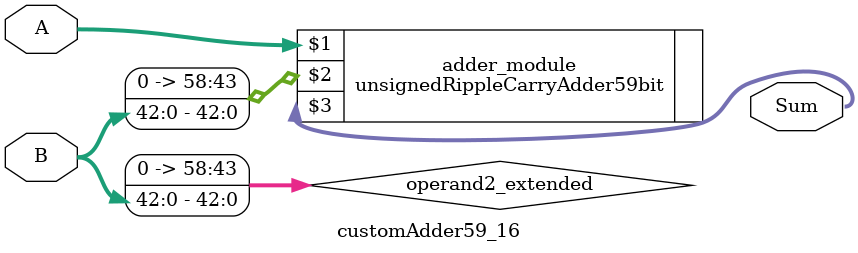
<source format=v>
module customAdder59_16(
                        input [58 : 0] A,
                        input [42 : 0] B,
                        
                        output [59 : 0] Sum
                );

        wire [58 : 0] operand2_extended;
        
        assign operand2_extended =  {16'b0, B};
        
        unsignedRippleCarryAdder59bit adder_module(
            A,
            operand2_extended,
            Sum
        );
        
        endmodule
        
</source>
